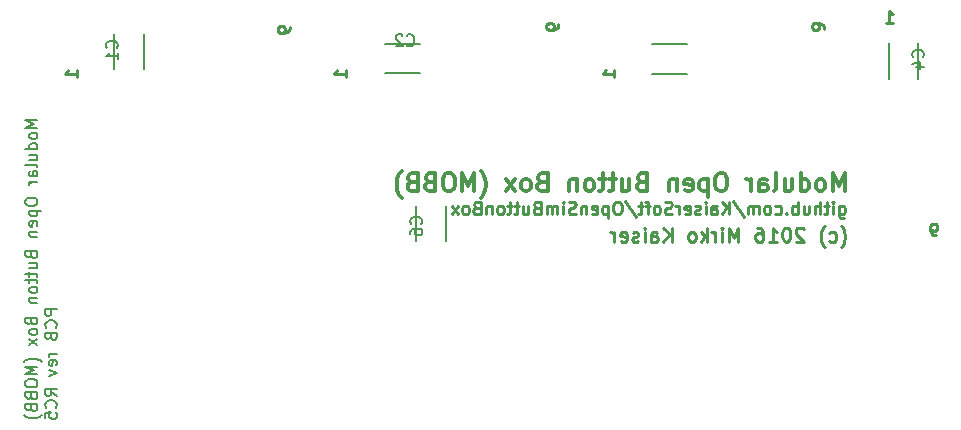
<source format=gbo>
G04 #@! TF.FileFunction,Legend,Bot*
%FSLAX46Y46*%
G04 Gerber Fmt 4.6, Leading zero omitted, Abs format (unit mm)*
G04 Created by KiCad (PCBNEW 4.0.4-stable) date 11/21/16 16:02:37*
%MOMM*%
%LPD*%
G01*
G04 APERTURE LIST*
%ADD10C,0.100000*%
%ADD11C,0.250000*%
%ADD12C,0.150000*%
%ADD13C,0.300000*%
G04 APERTURE END LIST*
D10*
D11*
X245389286Y-129200000D02*
X245446428Y-129142857D01*
X245560714Y-128971429D01*
X245617857Y-128857143D01*
X245675000Y-128685714D01*
X245732143Y-128400000D01*
X245732143Y-128171429D01*
X245675000Y-127885714D01*
X245617857Y-127714286D01*
X245560714Y-127600000D01*
X245446428Y-127428571D01*
X245389286Y-127371429D01*
X244417857Y-128685714D02*
X244532143Y-128742857D01*
X244760714Y-128742857D01*
X244875000Y-128685714D01*
X244932143Y-128628571D01*
X244989286Y-128514286D01*
X244989286Y-128171429D01*
X244932143Y-128057143D01*
X244875000Y-128000000D01*
X244760714Y-127942857D01*
X244532143Y-127942857D01*
X244417857Y-128000000D01*
X244017857Y-129200000D02*
X243960715Y-129142857D01*
X243846429Y-128971429D01*
X243789286Y-128857143D01*
X243732143Y-128685714D01*
X243675000Y-128400000D01*
X243675000Y-128171429D01*
X243732143Y-127885714D01*
X243789286Y-127714286D01*
X243846429Y-127600000D01*
X243960715Y-127428571D01*
X244017857Y-127371429D01*
X242246429Y-127657143D02*
X242189286Y-127600000D01*
X242075000Y-127542857D01*
X241789286Y-127542857D01*
X241675000Y-127600000D01*
X241617857Y-127657143D01*
X241560714Y-127771429D01*
X241560714Y-127885714D01*
X241617857Y-128057143D01*
X242303571Y-128742857D01*
X241560714Y-128742857D01*
X240817857Y-127542857D02*
X240703572Y-127542857D01*
X240589286Y-127600000D01*
X240532143Y-127657143D01*
X240475000Y-127771429D01*
X240417857Y-128000000D01*
X240417857Y-128285714D01*
X240475000Y-128514286D01*
X240532143Y-128628571D01*
X240589286Y-128685714D01*
X240703572Y-128742857D01*
X240817857Y-128742857D01*
X240932143Y-128685714D01*
X240989286Y-128628571D01*
X241046429Y-128514286D01*
X241103572Y-128285714D01*
X241103572Y-128000000D01*
X241046429Y-127771429D01*
X240989286Y-127657143D01*
X240932143Y-127600000D01*
X240817857Y-127542857D01*
X239275000Y-128742857D02*
X239960715Y-128742857D01*
X239617857Y-128742857D02*
X239617857Y-127542857D01*
X239732143Y-127714286D01*
X239846429Y-127828571D01*
X239960715Y-127885714D01*
X238246429Y-127542857D02*
X238475000Y-127542857D01*
X238589286Y-127600000D01*
X238646429Y-127657143D01*
X238760715Y-127828571D01*
X238817858Y-128057143D01*
X238817858Y-128514286D01*
X238760715Y-128628571D01*
X238703572Y-128685714D01*
X238589286Y-128742857D01*
X238360715Y-128742857D01*
X238246429Y-128685714D01*
X238189286Y-128628571D01*
X238132143Y-128514286D01*
X238132143Y-128228571D01*
X238189286Y-128114286D01*
X238246429Y-128057143D01*
X238360715Y-128000000D01*
X238589286Y-128000000D01*
X238703572Y-128057143D01*
X238760715Y-128114286D01*
X238817858Y-128228571D01*
X236703572Y-128742857D02*
X236703572Y-127542857D01*
X236303572Y-128400000D01*
X235903572Y-127542857D01*
X235903572Y-128742857D01*
X235332143Y-128742857D02*
X235332143Y-127942857D01*
X235332143Y-127542857D02*
X235389286Y-127600000D01*
X235332143Y-127657143D01*
X235275000Y-127600000D01*
X235332143Y-127542857D01*
X235332143Y-127657143D01*
X234760714Y-128742857D02*
X234760714Y-127942857D01*
X234760714Y-128171429D02*
X234703571Y-128057143D01*
X234646428Y-128000000D01*
X234532142Y-127942857D01*
X234417857Y-127942857D01*
X234017857Y-128742857D02*
X234017857Y-127542857D01*
X233903571Y-128285714D02*
X233560714Y-128742857D01*
X233560714Y-127942857D02*
X234017857Y-128400000D01*
X232874999Y-128742857D02*
X232989285Y-128685714D01*
X233046428Y-128628571D01*
X233103571Y-128514286D01*
X233103571Y-128171429D01*
X233046428Y-128057143D01*
X232989285Y-128000000D01*
X232874999Y-127942857D01*
X232703571Y-127942857D01*
X232589285Y-128000000D01*
X232532142Y-128057143D01*
X232474999Y-128171429D01*
X232474999Y-128514286D01*
X232532142Y-128628571D01*
X232589285Y-128685714D01*
X232703571Y-128742857D01*
X232874999Y-128742857D01*
X231046428Y-128742857D02*
X231046428Y-127542857D01*
X230360713Y-128742857D02*
X230874999Y-128057143D01*
X230360713Y-127542857D02*
X231046428Y-128228571D01*
X229332142Y-128742857D02*
X229332142Y-128114286D01*
X229389285Y-128000000D01*
X229503571Y-127942857D01*
X229732142Y-127942857D01*
X229846428Y-128000000D01*
X229332142Y-128685714D02*
X229446428Y-128742857D01*
X229732142Y-128742857D01*
X229846428Y-128685714D01*
X229903571Y-128571429D01*
X229903571Y-128457143D01*
X229846428Y-128342857D01*
X229732142Y-128285714D01*
X229446428Y-128285714D01*
X229332142Y-128228571D01*
X228760714Y-128742857D02*
X228760714Y-127942857D01*
X228760714Y-127542857D02*
X228817857Y-127600000D01*
X228760714Y-127657143D01*
X228703571Y-127600000D01*
X228760714Y-127542857D01*
X228760714Y-127657143D01*
X228246428Y-128685714D02*
X228132142Y-128742857D01*
X227903570Y-128742857D01*
X227789285Y-128685714D01*
X227732142Y-128571429D01*
X227732142Y-128514286D01*
X227789285Y-128400000D01*
X227903570Y-128342857D01*
X228074999Y-128342857D01*
X228189285Y-128285714D01*
X228246428Y-128171429D01*
X228246428Y-128114286D01*
X228189285Y-128000000D01*
X228074999Y-127942857D01*
X227903570Y-127942857D01*
X227789285Y-128000000D01*
X226760713Y-128685714D02*
X226874999Y-128742857D01*
X227103570Y-128742857D01*
X227217856Y-128685714D01*
X227274999Y-128571429D01*
X227274999Y-128114286D01*
X227217856Y-128000000D01*
X227103570Y-127942857D01*
X226874999Y-127942857D01*
X226760713Y-128000000D01*
X226703570Y-128114286D01*
X226703570Y-128228571D01*
X227274999Y-128342857D01*
X226189285Y-128742857D02*
X226189285Y-127942857D01*
X226189285Y-128171429D02*
X226132142Y-128057143D01*
X226074999Y-128000000D01*
X225960713Y-127942857D01*
X225846428Y-127942857D01*
X253440476Y-128202381D02*
X253250000Y-128202381D01*
X253154761Y-128154762D01*
X253107142Y-128107143D01*
X253011904Y-127964286D01*
X252964285Y-127773810D01*
X252964285Y-127392857D01*
X253011904Y-127297619D01*
X253059523Y-127250000D01*
X253154761Y-127202381D01*
X253345238Y-127202381D01*
X253440476Y-127250000D01*
X253488095Y-127297619D01*
X253535714Y-127392857D01*
X253535714Y-127630952D01*
X253488095Y-127726190D01*
X253440476Y-127773810D01*
X253345238Y-127821429D01*
X253154761Y-127821429D01*
X253059523Y-127773810D01*
X253011904Y-127726190D01*
X252964285Y-127630952D01*
X249214285Y-110202381D02*
X249785714Y-110202381D01*
X249500000Y-110202381D02*
X249500000Y-109202381D01*
X249595238Y-109345238D01*
X249690476Y-109440476D01*
X249785714Y-109488095D01*
X243952381Y-110690476D02*
X243952381Y-110500000D01*
X243904762Y-110404761D01*
X243857143Y-110357142D01*
X243714286Y-110261904D01*
X243523810Y-110214285D01*
X243142857Y-110214285D01*
X243047619Y-110261904D01*
X243000000Y-110309523D01*
X242952381Y-110404761D01*
X242952381Y-110595238D01*
X243000000Y-110690476D01*
X243047619Y-110738095D01*
X243142857Y-110785714D01*
X243380952Y-110785714D01*
X243476190Y-110738095D01*
X243523810Y-110690476D01*
X243571429Y-110595238D01*
X243571429Y-110404761D01*
X243523810Y-110309523D01*
X243476190Y-110261904D01*
X243380952Y-110214285D01*
X226202381Y-114785715D02*
X226202381Y-114214286D01*
X226202381Y-114500000D02*
X225202381Y-114500000D01*
X225345238Y-114404762D01*
X225440476Y-114309524D01*
X225488095Y-114214286D01*
X221452381Y-110309524D02*
X221452381Y-110500000D01*
X221404762Y-110595239D01*
X221357143Y-110642858D01*
X221214286Y-110738096D01*
X221023810Y-110785715D01*
X220642857Y-110785715D01*
X220547619Y-110738096D01*
X220500000Y-110690477D01*
X220452381Y-110595239D01*
X220452381Y-110404762D01*
X220500000Y-110309524D01*
X220547619Y-110261905D01*
X220642857Y-110214286D01*
X220880952Y-110214286D01*
X220976190Y-110261905D01*
X221023810Y-110309524D01*
X221071429Y-110404762D01*
X221071429Y-110595239D01*
X221023810Y-110690477D01*
X220976190Y-110738096D01*
X220880952Y-110785715D01*
X203452381Y-114785715D02*
X203452381Y-114214286D01*
X203452381Y-114500000D02*
X202452381Y-114500000D01*
X202595238Y-114404762D01*
X202690476Y-114309524D01*
X202738095Y-114214286D01*
X198702381Y-110559524D02*
X198702381Y-110750000D01*
X198654762Y-110845239D01*
X198607143Y-110892858D01*
X198464286Y-110988096D01*
X198273810Y-111035715D01*
X197892857Y-111035715D01*
X197797619Y-110988096D01*
X197750000Y-110940477D01*
X197702381Y-110845239D01*
X197702381Y-110654762D01*
X197750000Y-110559524D01*
X197797619Y-110511905D01*
X197892857Y-110464286D01*
X198130952Y-110464286D01*
X198226190Y-110511905D01*
X198273810Y-110559524D01*
X198321429Y-110654762D01*
X198321429Y-110845239D01*
X198273810Y-110940477D01*
X198226190Y-110988096D01*
X198130952Y-111035715D01*
X180702381Y-114785715D02*
X180702381Y-114214286D01*
X180702381Y-114500000D02*
X179702381Y-114500000D01*
X179845238Y-114404762D01*
X179940476Y-114309524D01*
X179988095Y-114214286D01*
D12*
X177347381Y-118396186D02*
X176347381Y-118396186D01*
X177061667Y-118729520D01*
X176347381Y-119062853D01*
X177347381Y-119062853D01*
X177347381Y-119681900D02*
X177299762Y-119586662D01*
X177252143Y-119539043D01*
X177156905Y-119491424D01*
X176871190Y-119491424D01*
X176775952Y-119539043D01*
X176728333Y-119586662D01*
X176680714Y-119681900D01*
X176680714Y-119824758D01*
X176728333Y-119919996D01*
X176775952Y-119967615D01*
X176871190Y-120015234D01*
X177156905Y-120015234D01*
X177252143Y-119967615D01*
X177299762Y-119919996D01*
X177347381Y-119824758D01*
X177347381Y-119681900D01*
X177347381Y-120872377D02*
X176347381Y-120872377D01*
X177299762Y-120872377D02*
X177347381Y-120777139D01*
X177347381Y-120586662D01*
X177299762Y-120491424D01*
X177252143Y-120443805D01*
X177156905Y-120396186D01*
X176871190Y-120396186D01*
X176775952Y-120443805D01*
X176728333Y-120491424D01*
X176680714Y-120586662D01*
X176680714Y-120777139D01*
X176728333Y-120872377D01*
X176680714Y-121777139D02*
X177347381Y-121777139D01*
X176680714Y-121348567D02*
X177204524Y-121348567D01*
X177299762Y-121396186D01*
X177347381Y-121491424D01*
X177347381Y-121634282D01*
X177299762Y-121729520D01*
X177252143Y-121777139D01*
X177347381Y-122396186D02*
X177299762Y-122300948D01*
X177204524Y-122253329D01*
X176347381Y-122253329D01*
X177347381Y-123205711D02*
X176823571Y-123205711D01*
X176728333Y-123158092D01*
X176680714Y-123062854D01*
X176680714Y-122872377D01*
X176728333Y-122777139D01*
X177299762Y-123205711D02*
X177347381Y-123110473D01*
X177347381Y-122872377D01*
X177299762Y-122777139D01*
X177204524Y-122729520D01*
X177109286Y-122729520D01*
X177014048Y-122777139D01*
X176966429Y-122872377D01*
X176966429Y-123110473D01*
X176918810Y-123205711D01*
X177347381Y-123681901D02*
X176680714Y-123681901D01*
X176871190Y-123681901D02*
X176775952Y-123729520D01*
X176728333Y-123777139D01*
X176680714Y-123872377D01*
X176680714Y-123967616D01*
X176347381Y-125253330D02*
X176347381Y-125443807D01*
X176395000Y-125539045D01*
X176490238Y-125634283D01*
X176680714Y-125681902D01*
X177014048Y-125681902D01*
X177204524Y-125634283D01*
X177299762Y-125539045D01*
X177347381Y-125443807D01*
X177347381Y-125253330D01*
X177299762Y-125158092D01*
X177204524Y-125062854D01*
X177014048Y-125015235D01*
X176680714Y-125015235D01*
X176490238Y-125062854D01*
X176395000Y-125158092D01*
X176347381Y-125253330D01*
X176680714Y-126110473D02*
X177680714Y-126110473D01*
X176728333Y-126110473D02*
X176680714Y-126205711D01*
X176680714Y-126396188D01*
X176728333Y-126491426D01*
X176775952Y-126539045D01*
X176871190Y-126586664D01*
X177156905Y-126586664D01*
X177252143Y-126539045D01*
X177299762Y-126491426D01*
X177347381Y-126396188D01*
X177347381Y-126205711D01*
X177299762Y-126110473D01*
X177299762Y-127396188D02*
X177347381Y-127300950D01*
X177347381Y-127110473D01*
X177299762Y-127015235D01*
X177204524Y-126967616D01*
X176823571Y-126967616D01*
X176728333Y-127015235D01*
X176680714Y-127110473D01*
X176680714Y-127300950D01*
X176728333Y-127396188D01*
X176823571Y-127443807D01*
X176918810Y-127443807D01*
X177014048Y-126967616D01*
X176680714Y-127872378D02*
X177347381Y-127872378D01*
X176775952Y-127872378D02*
X176728333Y-127919997D01*
X176680714Y-128015235D01*
X176680714Y-128158093D01*
X176728333Y-128253331D01*
X176823571Y-128300950D01*
X177347381Y-128300950D01*
X176823571Y-129872379D02*
X176871190Y-130015236D01*
X176918810Y-130062855D01*
X177014048Y-130110474D01*
X177156905Y-130110474D01*
X177252143Y-130062855D01*
X177299762Y-130015236D01*
X177347381Y-129919998D01*
X177347381Y-129539045D01*
X176347381Y-129539045D01*
X176347381Y-129872379D01*
X176395000Y-129967617D01*
X176442619Y-130015236D01*
X176537857Y-130062855D01*
X176633095Y-130062855D01*
X176728333Y-130015236D01*
X176775952Y-129967617D01*
X176823571Y-129872379D01*
X176823571Y-129539045D01*
X176680714Y-130967617D02*
X177347381Y-130967617D01*
X176680714Y-130539045D02*
X177204524Y-130539045D01*
X177299762Y-130586664D01*
X177347381Y-130681902D01*
X177347381Y-130824760D01*
X177299762Y-130919998D01*
X177252143Y-130967617D01*
X176680714Y-131300950D02*
X176680714Y-131681902D01*
X176347381Y-131443807D02*
X177204524Y-131443807D01*
X177299762Y-131491426D01*
X177347381Y-131586664D01*
X177347381Y-131681902D01*
X176680714Y-131872379D02*
X176680714Y-132253331D01*
X176347381Y-132015236D02*
X177204524Y-132015236D01*
X177299762Y-132062855D01*
X177347381Y-132158093D01*
X177347381Y-132253331D01*
X177347381Y-132729522D02*
X177299762Y-132634284D01*
X177252143Y-132586665D01*
X177156905Y-132539046D01*
X176871190Y-132539046D01*
X176775952Y-132586665D01*
X176728333Y-132634284D01*
X176680714Y-132729522D01*
X176680714Y-132872380D01*
X176728333Y-132967618D01*
X176775952Y-133015237D01*
X176871190Y-133062856D01*
X177156905Y-133062856D01*
X177252143Y-133015237D01*
X177299762Y-132967618D01*
X177347381Y-132872380D01*
X177347381Y-132729522D01*
X176680714Y-133491427D02*
X177347381Y-133491427D01*
X176775952Y-133491427D02*
X176728333Y-133539046D01*
X176680714Y-133634284D01*
X176680714Y-133777142D01*
X176728333Y-133872380D01*
X176823571Y-133919999D01*
X177347381Y-133919999D01*
X176823571Y-135491428D02*
X176871190Y-135634285D01*
X176918810Y-135681904D01*
X177014048Y-135729523D01*
X177156905Y-135729523D01*
X177252143Y-135681904D01*
X177299762Y-135634285D01*
X177347381Y-135539047D01*
X177347381Y-135158094D01*
X176347381Y-135158094D01*
X176347381Y-135491428D01*
X176395000Y-135586666D01*
X176442619Y-135634285D01*
X176537857Y-135681904D01*
X176633095Y-135681904D01*
X176728333Y-135634285D01*
X176775952Y-135586666D01*
X176823571Y-135491428D01*
X176823571Y-135158094D01*
X177347381Y-136300951D02*
X177299762Y-136205713D01*
X177252143Y-136158094D01*
X177156905Y-136110475D01*
X176871190Y-136110475D01*
X176775952Y-136158094D01*
X176728333Y-136205713D01*
X176680714Y-136300951D01*
X176680714Y-136443809D01*
X176728333Y-136539047D01*
X176775952Y-136586666D01*
X176871190Y-136634285D01*
X177156905Y-136634285D01*
X177252143Y-136586666D01*
X177299762Y-136539047D01*
X177347381Y-136443809D01*
X177347381Y-136300951D01*
X177347381Y-136967618D02*
X176680714Y-137491428D01*
X176680714Y-136967618D02*
X177347381Y-137491428D01*
X177728333Y-138920000D02*
X177680714Y-138872380D01*
X177537857Y-138777142D01*
X177442619Y-138729523D01*
X177299762Y-138681904D01*
X177061667Y-138634285D01*
X176871190Y-138634285D01*
X176633095Y-138681904D01*
X176490238Y-138729523D01*
X176395000Y-138777142D01*
X176252143Y-138872380D01*
X176204524Y-138920000D01*
X177347381Y-139300952D02*
X176347381Y-139300952D01*
X177061667Y-139634286D01*
X176347381Y-139967619D01*
X177347381Y-139967619D01*
X176347381Y-140634285D02*
X176347381Y-140824762D01*
X176395000Y-140920000D01*
X176490238Y-141015238D01*
X176680714Y-141062857D01*
X177014048Y-141062857D01*
X177204524Y-141015238D01*
X177299762Y-140920000D01*
X177347381Y-140824762D01*
X177347381Y-140634285D01*
X177299762Y-140539047D01*
X177204524Y-140443809D01*
X177014048Y-140396190D01*
X176680714Y-140396190D01*
X176490238Y-140443809D01*
X176395000Y-140539047D01*
X176347381Y-140634285D01*
X176823571Y-141824762D02*
X176871190Y-141967619D01*
X176918810Y-142015238D01*
X177014048Y-142062857D01*
X177156905Y-142062857D01*
X177252143Y-142015238D01*
X177299762Y-141967619D01*
X177347381Y-141872381D01*
X177347381Y-141491428D01*
X176347381Y-141491428D01*
X176347381Y-141824762D01*
X176395000Y-141920000D01*
X176442619Y-141967619D01*
X176537857Y-142015238D01*
X176633095Y-142015238D01*
X176728333Y-141967619D01*
X176775952Y-141920000D01*
X176823571Y-141824762D01*
X176823571Y-141491428D01*
X176823571Y-142824762D02*
X176871190Y-142967619D01*
X176918810Y-143015238D01*
X177014048Y-143062857D01*
X177156905Y-143062857D01*
X177252143Y-143015238D01*
X177299762Y-142967619D01*
X177347381Y-142872381D01*
X177347381Y-142491428D01*
X176347381Y-142491428D01*
X176347381Y-142824762D01*
X176395000Y-142920000D01*
X176442619Y-142967619D01*
X176537857Y-143015238D01*
X176633095Y-143015238D01*
X176728333Y-142967619D01*
X176775952Y-142920000D01*
X176823571Y-142824762D01*
X176823571Y-142491428D01*
X177728333Y-143396190D02*
X177680714Y-143443809D01*
X177537857Y-143539047D01*
X177442619Y-143586666D01*
X177299762Y-143634285D01*
X177061667Y-143681904D01*
X176871190Y-143681904D01*
X176633095Y-143634285D01*
X176490238Y-143586666D01*
X176395000Y-143539047D01*
X176252143Y-143443809D01*
X176204524Y-143396190D01*
X178997381Y-134443808D02*
X177997381Y-134443808D01*
X177997381Y-134824761D01*
X178045000Y-134919999D01*
X178092619Y-134967618D01*
X178187857Y-135015237D01*
X178330714Y-135015237D01*
X178425952Y-134967618D01*
X178473571Y-134919999D01*
X178521190Y-134824761D01*
X178521190Y-134443808D01*
X178902143Y-136015237D02*
X178949762Y-135967618D01*
X178997381Y-135824761D01*
X178997381Y-135729523D01*
X178949762Y-135586665D01*
X178854524Y-135491427D01*
X178759286Y-135443808D01*
X178568810Y-135396189D01*
X178425952Y-135396189D01*
X178235476Y-135443808D01*
X178140238Y-135491427D01*
X178045000Y-135586665D01*
X177997381Y-135729523D01*
X177997381Y-135824761D01*
X178045000Y-135967618D01*
X178092619Y-136015237D01*
X178473571Y-136777142D02*
X178521190Y-136919999D01*
X178568810Y-136967618D01*
X178664048Y-137015237D01*
X178806905Y-137015237D01*
X178902143Y-136967618D01*
X178949762Y-136919999D01*
X178997381Y-136824761D01*
X178997381Y-136443808D01*
X177997381Y-136443808D01*
X177997381Y-136777142D01*
X178045000Y-136872380D01*
X178092619Y-136919999D01*
X178187857Y-136967618D01*
X178283095Y-136967618D01*
X178378333Y-136919999D01*
X178425952Y-136872380D01*
X178473571Y-136777142D01*
X178473571Y-136443808D01*
X178997381Y-138205713D02*
X178330714Y-138205713D01*
X178521190Y-138205713D02*
X178425952Y-138253332D01*
X178378333Y-138300951D01*
X178330714Y-138396189D01*
X178330714Y-138491428D01*
X178949762Y-139205714D02*
X178997381Y-139110476D01*
X178997381Y-138919999D01*
X178949762Y-138824761D01*
X178854524Y-138777142D01*
X178473571Y-138777142D01*
X178378333Y-138824761D01*
X178330714Y-138919999D01*
X178330714Y-139110476D01*
X178378333Y-139205714D01*
X178473571Y-139253333D01*
X178568810Y-139253333D01*
X178664048Y-138777142D01*
X178330714Y-139586666D02*
X178997381Y-139824761D01*
X178330714Y-140062857D01*
X178997381Y-141777143D02*
X178521190Y-141443809D01*
X178997381Y-141205714D02*
X177997381Y-141205714D01*
X177997381Y-141586667D01*
X178045000Y-141681905D01*
X178092619Y-141729524D01*
X178187857Y-141777143D01*
X178330714Y-141777143D01*
X178425952Y-141729524D01*
X178473571Y-141681905D01*
X178521190Y-141586667D01*
X178521190Y-141205714D01*
X178902143Y-142777143D02*
X178949762Y-142729524D01*
X178997381Y-142586667D01*
X178997381Y-142491429D01*
X178949762Y-142348571D01*
X178854524Y-142253333D01*
X178759286Y-142205714D01*
X178568810Y-142158095D01*
X178425952Y-142158095D01*
X178235476Y-142205714D01*
X178140238Y-142253333D01*
X178045000Y-142348571D01*
X177997381Y-142491429D01*
X177997381Y-142586667D01*
X178045000Y-142729524D01*
X178092619Y-142777143D01*
X177997381Y-143681905D02*
X177997381Y-143205714D01*
X178473571Y-143158095D01*
X178425952Y-143205714D01*
X178378333Y-143300952D01*
X178378333Y-143539048D01*
X178425952Y-143634286D01*
X178473571Y-143681905D01*
X178568810Y-143729524D01*
X178806905Y-143729524D01*
X178902143Y-143681905D01*
X178949762Y-143634286D01*
X178997381Y-143539048D01*
X178997381Y-143300952D01*
X178949762Y-143205714D01*
X178902143Y-143158095D01*
D11*
X245225000Y-125700000D02*
X245225000Y-126550000D01*
X245275000Y-126650000D01*
X245325000Y-126700000D01*
X245425000Y-126750000D01*
X245575000Y-126750000D01*
X245675000Y-126700000D01*
X245225000Y-126350000D02*
X245325000Y-126400000D01*
X245525000Y-126400000D01*
X245625000Y-126350000D01*
X245675000Y-126300000D01*
X245725000Y-126200000D01*
X245725000Y-125900000D01*
X245675000Y-125800000D01*
X245625000Y-125750000D01*
X245525000Y-125700000D01*
X245325000Y-125700000D01*
X245225000Y-125750000D01*
X244725000Y-126400000D02*
X244725000Y-125700000D01*
X244725000Y-125350000D02*
X244775000Y-125400000D01*
X244725000Y-125450000D01*
X244675000Y-125400000D01*
X244725000Y-125350000D01*
X244725000Y-125450000D01*
X244375000Y-125700000D02*
X243975000Y-125700000D01*
X244225000Y-125350000D02*
X244225000Y-126250000D01*
X244175000Y-126350000D01*
X244075000Y-126400000D01*
X243975000Y-126400000D01*
X243625000Y-126400000D02*
X243625000Y-125350000D01*
X243175000Y-126400000D02*
X243175000Y-125850000D01*
X243225000Y-125750000D01*
X243325000Y-125700000D01*
X243475000Y-125700000D01*
X243575000Y-125750000D01*
X243625000Y-125800000D01*
X242225000Y-125700000D02*
X242225000Y-126400000D01*
X242675000Y-125700000D02*
X242675000Y-126250000D01*
X242625000Y-126350000D01*
X242525000Y-126400000D01*
X242375000Y-126400000D01*
X242275000Y-126350000D01*
X242225000Y-126300000D01*
X241725000Y-126400000D02*
X241725000Y-125350000D01*
X241725000Y-125750000D02*
X241625000Y-125700000D01*
X241425000Y-125700000D01*
X241325000Y-125750000D01*
X241275000Y-125800000D01*
X241225000Y-125900000D01*
X241225000Y-126200000D01*
X241275000Y-126300000D01*
X241325000Y-126350000D01*
X241425000Y-126400000D01*
X241625000Y-126400000D01*
X241725000Y-126350000D01*
X240775000Y-126300000D02*
X240725000Y-126350000D01*
X240775000Y-126400000D01*
X240825000Y-126350000D01*
X240775000Y-126300000D01*
X240775000Y-126400000D01*
X239825000Y-126350000D02*
X239925000Y-126400000D01*
X240125000Y-126400000D01*
X240225000Y-126350000D01*
X240275000Y-126300000D01*
X240325000Y-126200000D01*
X240325000Y-125900000D01*
X240275000Y-125800000D01*
X240225000Y-125750000D01*
X240125000Y-125700000D01*
X239925000Y-125700000D01*
X239825000Y-125750000D01*
X239225000Y-126400000D02*
X239325000Y-126350000D01*
X239375000Y-126300000D01*
X239425000Y-126200000D01*
X239425000Y-125900000D01*
X239375000Y-125800000D01*
X239325000Y-125750000D01*
X239225000Y-125700000D01*
X239075000Y-125700000D01*
X238975000Y-125750000D01*
X238925000Y-125800000D01*
X238875000Y-125900000D01*
X238875000Y-126200000D01*
X238925000Y-126300000D01*
X238975000Y-126350000D01*
X239075000Y-126400000D01*
X239225000Y-126400000D01*
X238425000Y-126400000D02*
X238425000Y-125700000D01*
X238425000Y-125800000D02*
X238375000Y-125750000D01*
X238275000Y-125700000D01*
X238125000Y-125700000D01*
X238025000Y-125750000D01*
X237975000Y-125850000D01*
X237975000Y-126400000D01*
X237975000Y-125850000D02*
X237925000Y-125750000D01*
X237825000Y-125700000D01*
X237675000Y-125700000D01*
X237575000Y-125750000D01*
X237525000Y-125850000D01*
X237525000Y-126400000D01*
X236275000Y-125300000D02*
X237175000Y-126650000D01*
X235925000Y-126400000D02*
X235925000Y-125350000D01*
X235325000Y-126400000D02*
X235775000Y-125800000D01*
X235325000Y-125350000D02*
X235925000Y-125950000D01*
X234425000Y-126400000D02*
X234425000Y-125850000D01*
X234475000Y-125750000D01*
X234575000Y-125700000D01*
X234775000Y-125700000D01*
X234875000Y-125750000D01*
X234425000Y-126350000D02*
X234525000Y-126400000D01*
X234775000Y-126400000D01*
X234875000Y-126350000D01*
X234925000Y-126250000D01*
X234925000Y-126150000D01*
X234875000Y-126050000D01*
X234775000Y-126000000D01*
X234525000Y-126000000D01*
X234425000Y-125950000D01*
X233925000Y-126400000D02*
X233925000Y-125700000D01*
X233925000Y-125350000D02*
X233975000Y-125400000D01*
X233925000Y-125450000D01*
X233875000Y-125400000D01*
X233925000Y-125350000D01*
X233925000Y-125450000D01*
X233475000Y-126350000D02*
X233375000Y-126400000D01*
X233175000Y-126400000D01*
X233075000Y-126350000D01*
X233025000Y-126250000D01*
X233025000Y-126200000D01*
X233075000Y-126100000D01*
X233175000Y-126050000D01*
X233325000Y-126050000D01*
X233425000Y-126000000D01*
X233475000Y-125900000D01*
X233475000Y-125850000D01*
X233425000Y-125750000D01*
X233325000Y-125700000D01*
X233175000Y-125700000D01*
X233075000Y-125750000D01*
X232175000Y-126350000D02*
X232275000Y-126400000D01*
X232475000Y-126400000D01*
X232575000Y-126350000D01*
X232625000Y-126250000D01*
X232625000Y-125850000D01*
X232575000Y-125750000D01*
X232475000Y-125700000D01*
X232275000Y-125700000D01*
X232175000Y-125750000D01*
X232125000Y-125850000D01*
X232125000Y-125950000D01*
X232625000Y-126050000D01*
X231675000Y-126400000D02*
X231675000Y-125700000D01*
X231675000Y-125900000D02*
X231625000Y-125800000D01*
X231575000Y-125750000D01*
X231475000Y-125700000D01*
X231375000Y-125700000D01*
X231075000Y-126350000D02*
X230925000Y-126400000D01*
X230675000Y-126400000D01*
X230575000Y-126350000D01*
X230525000Y-126300000D01*
X230475000Y-126200000D01*
X230475000Y-126100000D01*
X230525000Y-126000000D01*
X230575000Y-125950000D01*
X230675000Y-125900000D01*
X230875000Y-125850000D01*
X230975000Y-125800000D01*
X231025000Y-125750000D01*
X231075000Y-125650000D01*
X231075000Y-125550000D01*
X231025000Y-125450000D01*
X230975000Y-125400000D01*
X230875000Y-125350000D01*
X230625000Y-125350000D01*
X230475000Y-125400000D01*
X229875000Y-126400000D02*
X229975000Y-126350000D01*
X230025000Y-126300000D01*
X230075000Y-126200000D01*
X230075000Y-125900000D01*
X230025000Y-125800000D01*
X229975000Y-125750000D01*
X229875000Y-125700000D01*
X229725000Y-125700000D01*
X229625000Y-125750000D01*
X229575000Y-125800000D01*
X229525000Y-125900000D01*
X229525000Y-126200000D01*
X229575000Y-126300000D01*
X229625000Y-126350000D01*
X229725000Y-126400000D01*
X229875000Y-126400000D01*
X229225000Y-125700000D02*
X228825000Y-125700000D01*
X229075000Y-126400000D02*
X229075000Y-125500000D01*
X229025000Y-125400000D01*
X228925000Y-125350000D01*
X228825000Y-125350000D01*
X228625000Y-125700000D02*
X228225000Y-125700000D01*
X228475000Y-125350000D02*
X228475000Y-126250000D01*
X228425000Y-126350000D01*
X228325000Y-126400000D01*
X228225000Y-126400000D01*
X227125000Y-125300000D02*
X228025000Y-126650000D01*
X226575000Y-125350000D02*
X226375000Y-125350000D01*
X226275000Y-125400000D01*
X226175000Y-125500000D01*
X226125000Y-125700000D01*
X226125000Y-126050000D01*
X226175000Y-126250000D01*
X226275000Y-126350000D01*
X226375000Y-126400000D01*
X226575000Y-126400000D01*
X226675000Y-126350000D01*
X226775000Y-126250000D01*
X226825000Y-126050000D01*
X226825000Y-125700000D01*
X226775000Y-125500000D01*
X226675000Y-125400000D01*
X226575000Y-125350000D01*
X225675000Y-125700000D02*
X225675000Y-126750000D01*
X225675000Y-125750000D02*
X225575000Y-125700000D01*
X225375000Y-125700000D01*
X225275000Y-125750000D01*
X225225000Y-125800000D01*
X225175000Y-125900000D01*
X225175000Y-126200000D01*
X225225000Y-126300000D01*
X225275000Y-126350000D01*
X225375000Y-126400000D01*
X225575000Y-126400000D01*
X225675000Y-126350000D01*
X224325000Y-126350000D02*
X224425000Y-126400000D01*
X224625000Y-126400000D01*
X224725000Y-126350000D01*
X224775000Y-126250000D01*
X224775000Y-125850000D01*
X224725000Y-125750000D01*
X224625000Y-125700000D01*
X224425000Y-125700000D01*
X224325000Y-125750000D01*
X224275000Y-125850000D01*
X224275000Y-125950000D01*
X224775000Y-126050000D01*
X223825000Y-125700000D02*
X223825000Y-126400000D01*
X223825000Y-125800000D02*
X223775000Y-125750000D01*
X223675000Y-125700000D01*
X223525000Y-125700000D01*
X223425000Y-125750000D01*
X223375000Y-125850000D01*
X223375000Y-126400000D01*
X222925000Y-126350000D02*
X222775000Y-126400000D01*
X222525000Y-126400000D01*
X222425000Y-126350000D01*
X222375000Y-126300000D01*
X222325000Y-126200000D01*
X222325000Y-126100000D01*
X222375000Y-126000000D01*
X222425000Y-125950000D01*
X222525000Y-125900000D01*
X222725000Y-125850000D01*
X222825000Y-125800000D01*
X222875000Y-125750000D01*
X222925000Y-125650000D01*
X222925000Y-125550000D01*
X222875000Y-125450000D01*
X222825000Y-125400000D01*
X222725000Y-125350000D01*
X222475000Y-125350000D01*
X222325000Y-125400000D01*
X221875000Y-126400000D02*
X221875000Y-125700000D01*
X221875000Y-125350000D02*
X221925000Y-125400000D01*
X221875000Y-125450000D01*
X221825000Y-125400000D01*
X221875000Y-125350000D01*
X221875000Y-125450000D01*
X221375000Y-126400000D02*
X221375000Y-125700000D01*
X221375000Y-125800000D02*
X221325000Y-125750000D01*
X221225000Y-125700000D01*
X221075000Y-125700000D01*
X220975000Y-125750000D01*
X220925000Y-125850000D01*
X220925000Y-126400000D01*
X220925000Y-125850000D02*
X220875000Y-125750000D01*
X220775000Y-125700000D01*
X220625000Y-125700000D01*
X220525000Y-125750000D01*
X220475000Y-125850000D01*
X220475000Y-126400000D01*
X219625000Y-125850000D02*
X219475000Y-125900000D01*
X219425000Y-125950000D01*
X219375000Y-126050000D01*
X219375000Y-126200000D01*
X219425000Y-126300000D01*
X219475000Y-126350000D01*
X219575000Y-126400000D01*
X219975000Y-126400000D01*
X219975000Y-125350000D01*
X219625000Y-125350000D01*
X219525000Y-125400000D01*
X219475000Y-125450000D01*
X219425000Y-125550000D01*
X219425000Y-125650000D01*
X219475000Y-125750000D01*
X219525000Y-125800000D01*
X219625000Y-125850000D01*
X219975000Y-125850000D01*
X218475000Y-125700000D02*
X218475000Y-126400000D01*
X218925000Y-125700000D02*
X218925000Y-126250000D01*
X218875000Y-126350000D01*
X218775000Y-126400000D01*
X218625000Y-126400000D01*
X218525000Y-126350000D01*
X218475000Y-126300000D01*
X218125000Y-125700000D02*
X217725000Y-125700000D01*
X217975000Y-125350000D02*
X217975000Y-126250000D01*
X217925000Y-126350000D01*
X217825000Y-126400000D01*
X217725000Y-126400000D01*
X217525000Y-125700000D02*
X217125000Y-125700000D01*
X217375000Y-125350000D02*
X217375000Y-126250000D01*
X217325000Y-126350000D01*
X217225000Y-126400000D01*
X217125000Y-126400000D01*
X216625000Y-126400000D02*
X216725000Y-126350000D01*
X216775000Y-126300000D01*
X216825000Y-126200000D01*
X216825000Y-125900000D01*
X216775000Y-125800000D01*
X216725000Y-125750000D01*
X216625000Y-125700000D01*
X216475000Y-125700000D01*
X216375000Y-125750000D01*
X216325000Y-125800000D01*
X216275000Y-125900000D01*
X216275000Y-126200000D01*
X216325000Y-126300000D01*
X216375000Y-126350000D01*
X216475000Y-126400000D01*
X216625000Y-126400000D01*
X215825000Y-125700000D02*
X215825000Y-126400000D01*
X215825000Y-125800000D02*
X215775000Y-125750000D01*
X215675000Y-125700000D01*
X215525000Y-125700000D01*
X215425000Y-125750000D01*
X215375000Y-125850000D01*
X215375000Y-126400000D01*
X214525000Y-125850000D02*
X214375000Y-125900000D01*
X214325000Y-125950000D01*
X214275000Y-126050000D01*
X214275000Y-126200000D01*
X214325000Y-126300000D01*
X214375000Y-126350000D01*
X214475000Y-126400000D01*
X214875000Y-126400000D01*
X214875000Y-125350000D01*
X214525000Y-125350000D01*
X214425000Y-125400000D01*
X214375000Y-125450000D01*
X214325000Y-125550000D01*
X214325000Y-125650000D01*
X214375000Y-125750000D01*
X214425000Y-125800000D01*
X214525000Y-125850000D01*
X214875000Y-125850000D01*
X213675000Y-126400000D02*
X213775000Y-126350000D01*
X213825000Y-126300000D01*
X213875000Y-126200000D01*
X213875000Y-125900000D01*
X213825000Y-125800000D01*
X213775000Y-125750000D01*
X213675000Y-125700000D01*
X213525000Y-125700000D01*
X213425000Y-125750000D01*
X213375000Y-125800000D01*
X213325000Y-125900000D01*
X213325000Y-126200000D01*
X213375000Y-126300000D01*
X213425000Y-126350000D01*
X213525000Y-126400000D01*
X213675000Y-126400000D01*
X212975000Y-126400000D02*
X212425000Y-125700000D01*
X212975000Y-125700000D02*
X212425000Y-126400000D01*
D13*
X245692857Y-124453571D02*
X245692857Y-122953571D01*
X245192857Y-124025000D01*
X244692857Y-122953571D01*
X244692857Y-124453571D01*
X243764285Y-124453571D02*
X243907143Y-124382143D01*
X243978571Y-124310714D01*
X244050000Y-124167857D01*
X244050000Y-123739286D01*
X243978571Y-123596429D01*
X243907143Y-123525000D01*
X243764285Y-123453571D01*
X243550000Y-123453571D01*
X243407143Y-123525000D01*
X243335714Y-123596429D01*
X243264285Y-123739286D01*
X243264285Y-124167857D01*
X243335714Y-124310714D01*
X243407143Y-124382143D01*
X243550000Y-124453571D01*
X243764285Y-124453571D01*
X241978571Y-124453571D02*
X241978571Y-122953571D01*
X241978571Y-124382143D02*
X242121428Y-124453571D01*
X242407142Y-124453571D01*
X242550000Y-124382143D01*
X242621428Y-124310714D01*
X242692857Y-124167857D01*
X242692857Y-123739286D01*
X242621428Y-123596429D01*
X242550000Y-123525000D01*
X242407142Y-123453571D01*
X242121428Y-123453571D01*
X241978571Y-123525000D01*
X240621428Y-123453571D02*
X240621428Y-124453571D01*
X241264285Y-123453571D02*
X241264285Y-124239286D01*
X241192857Y-124382143D01*
X241049999Y-124453571D01*
X240835714Y-124453571D01*
X240692857Y-124382143D01*
X240621428Y-124310714D01*
X239692856Y-124453571D02*
X239835714Y-124382143D01*
X239907142Y-124239286D01*
X239907142Y-122953571D01*
X238478571Y-124453571D02*
X238478571Y-123667857D01*
X238550000Y-123525000D01*
X238692857Y-123453571D01*
X238978571Y-123453571D01*
X239121428Y-123525000D01*
X238478571Y-124382143D02*
X238621428Y-124453571D01*
X238978571Y-124453571D01*
X239121428Y-124382143D01*
X239192857Y-124239286D01*
X239192857Y-124096429D01*
X239121428Y-123953571D01*
X238978571Y-123882143D01*
X238621428Y-123882143D01*
X238478571Y-123810714D01*
X237764285Y-124453571D02*
X237764285Y-123453571D01*
X237764285Y-123739286D02*
X237692857Y-123596429D01*
X237621428Y-123525000D01*
X237478571Y-123453571D01*
X237335714Y-123453571D01*
X235407143Y-122953571D02*
X235121429Y-122953571D01*
X234978571Y-123025000D01*
X234835714Y-123167857D01*
X234764286Y-123453571D01*
X234764286Y-123953571D01*
X234835714Y-124239286D01*
X234978571Y-124382143D01*
X235121429Y-124453571D01*
X235407143Y-124453571D01*
X235550000Y-124382143D01*
X235692857Y-124239286D01*
X235764286Y-123953571D01*
X235764286Y-123453571D01*
X235692857Y-123167857D01*
X235550000Y-123025000D01*
X235407143Y-122953571D01*
X234121428Y-123453571D02*
X234121428Y-124953571D01*
X234121428Y-123525000D02*
X233978571Y-123453571D01*
X233692857Y-123453571D01*
X233550000Y-123525000D01*
X233478571Y-123596429D01*
X233407142Y-123739286D01*
X233407142Y-124167857D01*
X233478571Y-124310714D01*
X233550000Y-124382143D01*
X233692857Y-124453571D01*
X233978571Y-124453571D01*
X234121428Y-124382143D01*
X232192857Y-124382143D02*
X232335714Y-124453571D01*
X232621428Y-124453571D01*
X232764285Y-124382143D01*
X232835714Y-124239286D01*
X232835714Y-123667857D01*
X232764285Y-123525000D01*
X232621428Y-123453571D01*
X232335714Y-123453571D01*
X232192857Y-123525000D01*
X232121428Y-123667857D01*
X232121428Y-123810714D01*
X232835714Y-123953571D01*
X231478571Y-123453571D02*
X231478571Y-124453571D01*
X231478571Y-123596429D02*
X231407143Y-123525000D01*
X231264285Y-123453571D01*
X231050000Y-123453571D01*
X230907143Y-123525000D01*
X230835714Y-123667857D01*
X230835714Y-124453571D01*
X228478571Y-123667857D02*
X228264285Y-123739286D01*
X228192857Y-123810714D01*
X228121428Y-123953571D01*
X228121428Y-124167857D01*
X228192857Y-124310714D01*
X228264285Y-124382143D01*
X228407143Y-124453571D01*
X228978571Y-124453571D01*
X228978571Y-122953571D01*
X228478571Y-122953571D01*
X228335714Y-123025000D01*
X228264285Y-123096429D01*
X228192857Y-123239286D01*
X228192857Y-123382143D01*
X228264285Y-123525000D01*
X228335714Y-123596429D01*
X228478571Y-123667857D01*
X228978571Y-123667857D01*
X226835714Y-123453571D02*
X226835714Y-124453571D01*
X227478571Y-123453571D02*
X227478571Y-124239286D01*
X227407143Y-124382143D01*
X227264285Y-124453571D01*
X227050000Y-124453571D01*
X226907143Y-124382143D01*
X226835714Y-124310714D01*
X226335714Y-123453571D02*
X225764285Y-123453571D01*
X226121428Y-122953571D02*
X226121428Y-124239286D01*
X226050000Y-124382143D01*
X225907142Y-124453571D01*
X225764285Y-124453571D01*
X225478571Y-123453571D02*
X224907142Y-123453571D01*
X225264285Y-122953571D02*
X225264285Y-124239286D01*
X225192857Y-124382143D01*
X225049999Y-124453571D01*
X224907142Y-124453571D01*
X224192856Y-124453571D02*
X224335714Y-124382143D01*
X224407142Y-124310714D01*
X224478571Y-124167857D01*
X224478571Y-123739286D01*
X224407142Y-123596429D01*
X224335714Y-123525000D01*
X224192856Y-123453571D01*
X223978571Y-123453571D01*
X223835714Y-123525000D01*
X223764285Y-123596429D01*
X223692856Y-123739286D01*
X223692856Y-124167857D01*
X223764285Y-124310714D01*
X223835714Y-124382143D01*
X223978571Y-124453571D01*
X224192856Y-124453571D01*
X223049999Y-123453571D02*
X223049999Y-124453571D01*
X223049999Y-123596429D02*
X222978571Y-123525000D01*
X222835713Y-123453571D01*
X222621428Y-123453571D01*
X222478571Y-123525000D01*
X222407142Y-123667857D01*
X222407142Y-124453571D01*
X220049999Y-123667857D02*
X219835713Y-123739286D01*
X219764285Y-123810714D01*
X219692856Y-123953571D01*
X219692856Y-124167857D01*
X219764285Y-124310714D01*
X219835713Y-124382143D01*
X219978571Y-124453571D01*
X220549999Y-124453571D01*
X220549999Y-122953571D01*
X220049999Y-122953571D01*
X219907142Y-123025000D01*
X219835713Y-123096429D01*
X219764285Y-123239286D01*
X219764285Y-123382143D01*
X219835713Y-123525000D01*
X219907142Y-123596429D01*
X220049999Y-123667857D01*
X220549999Y-123667857D01*
X218835713Y-124453571D02*
X218978571Y-124382143D01*
X219049999Y-124310714D01*
X219121428Y-124167857D01*
X219121428Y-123739286D01*
X219049999Y-123596429D01*
X218978571Y-123525000D01*
X218835713Y-123453571D01*
X218621428Y-123453571D01*
X218478571Y-123525000D01*
X218407142Y-123596429D01*
X218335713Y-123739286D01*
X218335713Y-124167857D01*
X218407142Y-124310714D01*
X218478571Y-124382143D01*
X218621428Y-124453571D01*
X218835713Y-124453571D01*
X217835713Y-124453571D02*
X217049999Y-123453571D01*
X217835713Y-123453571D02*
X217049999Y-124453571D01*
X214907142Y-125025000D02*
X214978570Y-124953571D01*
X215121427Y-124739286D01*
X215192856Y-124596429D01*
X215264285Y-124382143D01*
X215335713Y-124025000D01*
X215335713Y-123739286D01*
X215264285Y-123382143D01*
X215192856Y-123167857D01*
X215121427Y-123025000D01*
X214978570Y-122810714D01*
X214907142Y-122739286D01*
X214335713Y-124453571D02*
X214335713Y-122953571D01*
X213835713Y-124025000D01*
X213335713Y-122953571D01*
X213335713Y-124453571D01*
X212335713Y-122953571D02*
X212049999Y-122953571D01*
X211907141Y-123025000D01*
X211764284Y-123167857D01*
X211692856Y-123453571D01*
X211692856Y-123953571D01*
X211764284Y-124239286D01*
X211907141Y-124382143D01*
X212049999Y-124453571D01*
X212335713Y-124453571D01*
X212478570Y-124382143D01*
X212621427Y-124239286D01*
X212692856Y-123953571D01*
X212692856Y-123453571D01*
X212621427Y-123167857D01*
X212478570Y-123025000D01*
X212335713Y-122953571D01*
X210549998Y-123667857D02*
X210335712Y-123739286D01*
X210264284Y-123810714D01*
X210192855Y-123953571D01*
X210192855Y-124167857D01*
X210264284Y-124310714D01*
X210335712Y-124382143D01*
X210478570Y-124453571D01*
X211049998Y-124453571D01*
X211049998Y-122953571D01*
X210549998Y-122953571D01*
X210407141Y-123025000D01*
X210335712Y-123096429D01*
X210264284Y-123239286D01*
X210264284Y-123382143D01*
X210335712Y-123525000D01*
X210407141Y-123596429D01*
X210549998Y-123667857D01*
X211049998Y-123667857D01*
X209049998Y-123667857D02*
X208835712Y-123739286D01*
X208764284Y-123810714D01*
X208692855Y-123953571D01*
X208692855Y-124167857D01*
X208764284Y-124310714D01*
X208835712Y-124382143D01*
X208978570Y-124453571D01*
X209549998Y-124453571D01*
X209549998Y-122953571D01*
X209049998Y-122953571D01*
X208907141Y-123025000D01*
X208835712Y-123096429D01*
X208764284Y-123239286D01*
X208764284Y-123382143D01*
X208835712Y-123525000D01*
X208907141Y-123596429D01*
X209049998Y-123667857D01*
X209549998Y-123667857D01*
X208192855Y-125025000D02*
X208121427Y-124953571D01*
X207978570Y-124739286D01*
X207907141Y-124596429D01*
X207835712Y-124382143D01*
X207764284Y-124025000D01*
X207764284Y-123739286D01*
X207835712Y-123382143D01*
X207907141Y-123167857D01*
X207978570Y-123025000D01*
X208121427Y-122810714D01*
X208192855Y-122739286D01*
D12*
X183850000Y-111150000D02*
X183850000Y-114150000D01*
X186350000Y-114150000D02*
X186350000Y-111150000D01*
X206775000Y-114475000D02*
X209775000Y-114475000D01*
X209775000Y-111975000D02*
X206775000Y-111975000D01*
X229375000Y-114525000D02*
X232375000Y-114525000D01*
X232375000Y-112025000D02*
X229375000Y-112025000D01*
X251950000Y-114925000D02*
X251950000Y-111925000D01*
X249450000Y-111925000D02*
X249450000Y-114925000D01*
X209450000Y-125675000D02*
X209450000Y-128675000D01*
X211950000Y-128675000D02*
X211950000Y-125675000D01*
X184057143Y-112333334D02*
X184104762Y-112285715D01*
X184152381Y-112142858D01*
X184152381Y-112047620D01*
X184104762Y-111904762D01*
X184009524Y-111809524D01*
X183914286Y-111761905D01*
X183723810Y-111714286D01*
X183580952Y-111714286D01*
X183390476Y-111761905D01*
X183295238Y-111809524D01*
X183200000Y-111904762D01*
X183152381Y-112047620D01*
X183152381Y-112142858D01*
X183200000Y-112285715D01*
X183247619Y-112333334D01*
X184152381Y-113285715D02*
X184152381Y-112714286D01*
X184152381Y-113000000D02*
X183152381Y-113000000D01*
X183295238Y-112904762D01*
X183390476Y-112809524D01*
X183438095Y-112714286D01*
X208641666Y-112082143D02*
X208689285Y-112129762D01*
X208832142Y-112177381D01*
X208927380Y-112177381D01*
X209070238Y-112129762D01*
X209165476Y-112034524D01*
X209213095Y-111939286D01*
X209260714Y-111748810D01*
X209260714Y-111605952D01*
X209213095Y-111415476D01*
X209165476Y-111320238D01*
X209070238Y-111225000D01*
X208927380Y-111177381D01*
X208832142Y-111177381D01*
X208689285Y-111225000D01*
X208641666Y-111272619D01*
X208260714Y-111272619D02*
X208213095Y-111225000D01*
X208117857Y-111177381D01*
X207879761Y-111177381D01*
X207784523Y-111225000D01*
X207736904Y-111272619D01*
X207689285Y-111367857D01*
X207689285Y-111463095D01*
X207736904Y-111605952D01*
X208308333Y-112177381D01*
X207689285Y-112177381D01*
X252332143Y-113108334D02*
X252379762Y-113060715D01*
X252427381Y-112917858D01*
X252427381Y-112822620D01*
X252379762Y-112679762D01*
X252284524Y-112584524D01*
X252189286Y-112536905D01*
X251998810Y-112489286D01*
X251855952Y-112489286D01*
X251665476Y-112536905D01*
X251570238Y-112584524D01*
X251475000Y-112679762D01*
X251427381Y-112822620D01*
X251427381Y-112917858D01*
X251475000Y-113060715D01*
X251522619Y-113108334D01*
X251760714Y-113965477D02*
X252427381Y-113965477D01*
X251379762Y-113727381D02*
X252094048Y-113489286D01*
X252094048Y-114108334D01*
X209832143Y-127233334D02*
X209879762Y-127185715D01*
X209927381Y-127042858D01*
X209927381Y-126947620D01*
X209879762Y-126804762D01*
X209784524Y-126709524D01*
X209689286Y-126661905D01*
X209498810Y-126614286D01*
X209355952Y-126614286D01*
X209165476Y-126661905D01*
X209070238Y-126709524D01*
X208975000Y-126804762D01*
X208927381Y-126947620D01*
X208927381Y-127042858D01*
X208975000Y-127185715D01*
X209022619Y-127233334D01*
X208927381Y-128090477D02*
X208927381Y-127900000D01*
X208975000Y-127804762D01*
X209022619Y-127757143D01*
X209165476Y-127661905D01*
X209355952Y-127614286D01*
X209736905Y-127614286D01*
X209832143Y-127661905D01*
X209879762Y-127709524D01*
X209927381Y-127804762D01*
X209927381Y-127995239D01*
X209879762Y-128090477D01*
X209832143Y-128138096D01*
X209736905Y-128185715D01*
X209498810Y-128185715D01*
X209403571Y-128138096D01*
X209355952Y-128090477D01*
X209308333Y-127995239D01*
X209308333Y-127804762D01*
X209355952Y-127709524D01*
X209403571Y-127661905D01*
X209498810Y-127614286D01*
M02*

</source>
